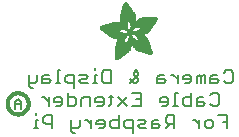
<source format=gbr>
G04 EAGLE Gerber RS-274X export*
G75*
%MOMM*%
%FSLAX34Y34*%
%LPD*%
%INSilkscreen Bottom*%
%IPPOS*%
%AMOC8*
5,1,8,0,0,1.08239X$1,22.5*%
G01*
%ADD10C,0.177800*%
%ADD11R,0.068600X0.007600*%
%ADD12R,0.114300X0.007600*%
%ADD13R,0.152400X0.007700*%
%ADD14R,0.182900X0.007600*%
%ADD15R,0.205700X0.007600*%
%ADD16R,0.228600X0.007600*%
%ADD17R,0.259100X0.007600*%
%ADD18R,0.274300X0.007700*%
%ADD19R,0.289500X0.007600*%
%ADD20R,0.304800X0.007600*%
%ADD21R,0.320100X0.007600*%
%ADD22R,0.342900X0.007600*%
%ADD23R,0.350500X0.007700*%
%ADD24R,0.365800X0.007600*%
%ADD25R,0.381000X0.007600*%
%ADD26R,0.388600X0.007600*%
%ADD27R,0.403800X0.007600*%
%ADD28R,0.419100X0.007700*%
%ADD29R,0.426700X0.007600*%
%ADD30R,0.441900X0.007600*%
%ADD31R,0.449600X0.007600*%
%ADD32R,0.464800X0.007600*%
%ADD33R,0.480000X0.007700*%
%ADD34R,0.487600X0.007600*%
%ADD35R,0.495300X0.007600*%
%ADD36R,0.510500X0.007600*%
%ADD37R,0.518100X0.007600*%
%ADD38R,0.525700X0.007700*%
%ADD39R,0.541000X0.007600*%
%ADD40R,0.548600X0.007600*%
%ADD41R,0.563800X0.007600*%
%ADD42R,0.571500X0.007600*%
%ADD43R,0.579100X0.007700*%
%ADD44R,0.594300X0.007600*%
%ADD45R,0.601900X0.007600*%
%ADD46R,0.609600X0.007600*%
%ADD47R,0.624800X0.007600*%
%ADD48R,0.632400X0.007700*%
%ADD49R,0.640000X0.007600*%
%ADD50R,0.655300X0.007600*%
%ADD51R,0.662900X0.007600*%
%ADD52R,0.678100X0.007600*%
%ADD53R,0.685800X0.007700*%
%ADD54R,0.693400X0.007600*%
%ADD55R,0.708600X0.007600*%
%ADD56R,0.716200X0.007600*%
%ADD57R,0.723900X0.007600*%
%ADD58R,0.739100X0.007700*%
%ADD59R,0.746700X0.007600*%
%ADD60R,0.754300X0.007600*%
%ADD61R,0.769600X0.007600*%
%ADD62R,0.777200X0.007600*%
%ADD63R,0.792400X0.007700*%
%ADD64R,0.800100X0.007600*%
%ADD65R,0.807700X0.007600*%
%ADD66R,0.822900X0.007600*%
%ADD67R,0.830500X0.007600*%
%ADD68R,0.838200X0.007700*%
%ADD69R,0.091500X0.007600*%
%ADD70R,0.853400X0.007600*%
%ADD71R,0.144700X0.007600*%
%ADD72R,0.861000X0.007600*%
%ADD73R,0.190500X0.007600*%
%ADD74R,0.876300X0.007600*%
%ADD75R,0.221000X0.007600*%
%ADD76R,0.883900X0.007600*%
%ADD77R,0.259000X0.007700*%
%ADD78R,0.891500X0.007700*%
%ADD79R,0.289600X0.007600*%
%ADD80R,0.906700X0.007600*%
%ADD81R,0.914400X0.007600*%
%ADD82R,0.350500X0.007600*%
%ADD83R,0.922000X0.007600*%
%ADD84R,0.937200X0.007600*%
%ADD85R,0.411400X0.007700*%
%ADD86R,0.944800X0.007700*%
%ADD87R,0.434300X0.007600*%
%ADD88R,0.952500X0.007600*%
%ADD89R,0.464900X0.007600*%
%ADD90R,0.967700X0.007600*%
%ADD91R,0.975300X0.007600*%
%ADD92R,0.518200X0.007600*%
%ADD93R,0.990600X0.007600*%
%ADD94R,0.548600X0.007700*%
%ADD95R,0.998200X0.007700*%
%ADD96R,1.005800X0.007600*%
%ADD97R,0.594400X0.007600*%
%ADD98R,1.021000X0.007600*%
%ADD99R,0.617200X0.007600*%
%ADD100R,1.028700X0.007600*%
%ADD101R,0.647700X0.007600*%
%ADD102R,1.036300X0.007600*%
%ADD103R,0.670500X0.007700*%
%ADD104R,1.051500X0.007700*%
%ADD105R,1.059100X0.007600*%
%ADD106R,0.716300X0.007600*%
%ADD107R,1.066800X0.007600*%
%ADD108R,0.739100X0.007600*%
%ADD109R,1.074400X0.007600*%
%ADD110R,0.762000X0.007600*%
%ADD111R,1.089600X0.007600*%
%ADD112R,0.784800X0.007700*%
%ADD113R,1.097200X0.007700*%
%ADD114R,1.104900X0.007600*%
%ADD115R,0.830600X0.007600*%
%ADD116R,1.112500X0.007600*%
%ADD117R,0.845800X0.007600*%
%ADD118R,1.120100X0.007600*%
%ADD119R,0.868700X0.007600*%
%ADD120R,1.127700X0.007600*%
%ADD121R,1.135300X0.007700*%
%ADD122R,1.143000X0.007600*%
%ADD123R,0.944900X0.007600*%
%ADD124R,1.150600X0.007600*%
%ADD125R,0.960100X0.007600*%
%ADD126R,1.158200X0.007600*%
%ADD127R,0.983000X0.007600*%
%ADD128R,1.165800X0.007600*%
%ADD129R,1.005900X0.007700*%
%ADD130R,1.173400X0.007700*%
%ADD131R,1.021100X0.007600*%
%ADD132R,1.181100X0.007600*%
%ADD133R,1.044000X0.007600*%
%ADD134R,1.188700X0.007600*%
%ADD135R,1.196300X0.007600*%
%ADD136R,1.082000X0.007600*%
%ADD137R,1.203900X0.007600*%
%ADD138R,1.104900X0.007700*%
%ADD139R,1.211500X0.007700*%
%ADD140R,1.211500X0.007600*%
%ADD141R,1.219200X0.007600*%
%ADD142R,1.226800X0.007600*%
%ADD143R,1.234400X0.007600*%
%ADD144R,1.188700X0.007700*%
%ADD145R,1.242000X0.007700*%
%ADD146R,1.242000X0.007600*%
%ADD147R,1.211600X0.007600*%
%ADD148R,1.249600X0.007600*%
%ADD149R,1.257300X0.007600*%
%ADD150R,1.264900X0.007600*%
%ADD151R,1.242100X0.007700*%
%ADD152R,1.264900X0.007700*%
%ADD153R,1.272500X0.007600*%
%ADD154R,1.265000X0.007600*%
%ADD155R,1.280100X0.007600*%
%ADD156R,1.272600X0.007600*%
%ADD157R,1.287700X0.007600*%
%ADD158R,1.287800X0.007600*%
%ADD159R,1.295400X0.007700*%
%ADD160R,1.303000X0.007600*%
%ADD161R,1.318200X0.007600*%
%ADD162R,1.310600X0.007600*%
%ADD163R,1.325900X0.007600*%
%ADD164R,1.341100X0.007700*%
%ADD165R,1.318200X0.007700*%
%ADD166R,1.341100X0.007600*%
%ADD167R,1.325800X0.007600*%
%ADD168R,1.348700X0.007600*%
%ADD169R,1.364000X0.007600*%
%ADD170R,1.333500X0.007600*%
%ADD171R,1.371600X0.007700*%
%ADD172R,1.379200X0.007600*%
%ADD173R,1.379300X0.007600*%
%ADD174R,1.386900X0.007600*%
%ADD175R,1.394500X0.007600*%
%ADD176R,1.356300X0.007600*%
%ADD177R,1.394400X0.007700*%
%ADD178R,1.356300X0.007700*%
%ADD179R,1.402000X0.007600*%
%ADD180R,1.409700X0.007600*%
%ADD181R,1.363900X0.007600*%
%ADD182R,1.417300X0.007600*%
%ADD183R,1.371600X0.007600*%
%ADD184R,1.424900X0.007700*%
%ADD185R,1.424900X0.007600*%
%ADD186R,1.432600X0.007600*%
%ADD187R,1.440200X0.007600*%
%ADD188R,1.386800X0.007600*%
%ADD189R,1.447800X0.007700*%
%ADD190R,1.386800X0.007700*%
%ADD191R,1.447800X0.007600*%
%ADD192R,1.455500X0.007600*%
%ADD193R,1.394400X0.007600*%
%ADD194R,1.463100X0.007600*%
%ADD195R,1.455400X0.007700*%
%ADD196R,1.463000X0.007600*%
%ADD197R,1.470600X0.007600*%
%ADD198R,1.470600X0.007700*%
%ADD199R,1.409700X0.007700*%
%ADD200R,1.470700X0.007600*%
%ADD201R,1.402100X0.007600*%
%ADD202R,1.478300X0.007600*%
%ADD203R,1.478300X0.007700*%
%ADD204R,1.402100X0.007700*%
%ADD205R,1.485900X0.007600*%
%ADD206R,1.485900X0.007700*%
%ADD207R,1.493500X0.007700*%
%ADD208R,1.493500X0.007600*%
%ADD209R,1.394500X0.007700*%
%ADD210R,1.493600X0.007700*%
%ADD211R,1.386900X0.007700*%
%ADD212R,1.379200X0.007700*%
%ADD213R,2.857500X0.007700*%
%ADD214R,2.857500X0.007600*%
%ADD215R,2.849900X0.007600*%
%ADD216R,2.842300X0.007600*%
%ADD217R,2.834700X0.007700*%
%ADD218R,2.827000X0.007600*%
%ADD219R,2.819400X0.007600*%
%ADD220R,2.811800X0.007600*%
%ADD221R,2.811800X0.007700*%
%ADD222R,2.804100X0.007600*%
%ADD223R,2.796500X0.007600*%
%ADD224R,1.966000X0.007600*%
%ADD225R,1.943100X0.007600*%
%ADD226R,0.754400X0.007600*%
%ADD227R,1.927900X0.007700*%
%ADD228R,0.746700X0.007700*%
%ADD229R,1.912600X0.007600*%
%ADD230R,0.731500X0.007600*%
%ADD231R,1.905000X0.007600*%
%ADD232R,1.882200X0.007600*%
%ADD233R,1.874600X0.007600*%
%ADD234R,1.866900X0.007700*%
%ADD235R,0.708700X0.007700*%
%ADD236R,1.851600X0.007600*%
%ADD237R,0.701100X0.007600*%
%ADD238R,1.844000X0.007600*%
%ADD239R,1.836400X0.007600*%
%ADD240R,1.821200X0.007600*%
%ADD241R,0.685800X0.007600*%
%ADD242R,1.813500X0.007700*%
%ADD243R,1.805900X0.007600*%
%ADD244R,0.678200X0.007600*%
%ADD245R,1.790700X0.007600*%
%ADD246R,0.670600X0.007600*%
%ADD247R,1.775500X0.007600*%
%ADD248R,1.767900X0.007700*%
%ADD249R,0.663000X0.007700*%
%ADD250R,1.760200X0.007600*%
%ADD251R,1.752600X0.007600*%
%ADD252R,0.937300X0.007600*%
%ADD253R,0.792500X0.007600*%
%ADD254R,0.899100X0.007600*%
%ADD255R,0.883900X0.007700*%
%ADD256R,0.716300X0.007700*%
%ADD257R,0.647700X0.007700*%
%ADD258R,0.640100X0.007600*%
%ADD259R,0.632500X0.007600*%
%ADD260R,0.655400X0.007600*%
%ADD261R,0.632400X0.007600*%
%ADD262R,0.845800X0.007700*%
%ADD263R,0.617200X0.007700*%
%ADD264R,0.624800X0.007700*%
%ADD265R,0.602000X0.007600*%
%ADD266R,0.838200X0.007600*%
%ADD267R,0.586700X0.007600*%
%ADD268R,0.548700X0.007600*%
%ADD269R,0.830500X0.007700*%
%ADD270R,0.541000X0.007700*%
%ADD271R,0.594300X0.007700*%
%ADD272R,0.525800X0.007600*%
%ADD273R,0.586800X0.007600*%
%ADD274R,0.815300X0.007600*%
%ADD275R,0.579200X0.007600*%
%ADD276R,0.815400X0.007600*%
%ADD277R,0.815400X0.007700*%
%ADD278R,0.571500X0.007700*%
%ADD279R,0.807800X0.007600*%
%ADD280R,0.563900X0.007600*%
%ADD281R,0.457200X0.007600*%
%ADD282R,0.442000X0.007600*%
%ADD283R,0.556300X0.007600*%
%ADD284R,0.807700X0.007700*%
%ADD285R,0.411500X0.007600*%
%ADD286R,0.533400X0.007600*%
%ADD287R,0.076200X0.007600*%
%ADD288R,0.403900X0.007600*%
%ADD289R,0.525700X0.007600*%
%ADD290R,0.388700X0.007600*%
%ADD291R,0.297200X0.007600*%
%ADD292R,0.373400X0.007700*%
%ADD293R,0.503000X0.007700*%
%ADD294R,0.426800X0.007700*%
%ADD295R,0.358100X0.007600*%
%ADD296R,0.502900X0.007600*%
%ADD297R,0.472400X0.007600*%
%ADD298R,0.487700X0.007600*%
%ADD299R,0.335300X0.007600*%
%ADD300R,0.792500X0.007700*%
%ADD301R,0.327600X0.007700*%
%ADD302R,0.472400X0.007700*%
%ADD303R,0.640000X0.007700*%
%ADD304R,0.784800X0.007600*%
%ADD305R,0.320000X0.007600*%
%ADD306R,0.792400X0.007600*%
%ADD307R,1.173400X0.007600*%
%ADD308R,1.196400X0.007600*%
%ADD309R,0.784900X0.007600*%
%ADD310R,0.784900X0.007700*%
%ADD311R,0.297200X0.007700*%
%ADD312R,1.249700X0.007600*%
%ADD313R,0.281900X0.007600*%
%ADD314R,1.295400X0.007600*%
%ADD315R,0.266700X0.007600*%
%ADD316R,0.777300X0.007700*%
%ADD317R,0.266700X0.007700*%
%ADD318R,1.333500X0.007700*%
%ADD319R,0.777300X0.007600*%
%ADD320R,1.348800X0.007600*%
%ADD321R,0.251500X0.007600*%
%ADD322R,0.243900X0.007700*%
%ADD323R,0.243900X0.007600*%
%ADD324R,1.440100X0.007600*%
%ADD325R,0.236200X0.007600*%
%ADD326R,0.762000X0.007700*%
%ADD327R,0.236200X0.007700*%
%ADD328R,1.508700X0.007700*%
%ADD329R,1.531600X0.007600*%
%ADD330R,1.546900X0.007600*%
%ADD331R,1.569700X0.007600*%
%ADD332R,1.585000X0.007600*%
%ADD333R,0.746800X0.007700*%
%ADD334R,1.607800X0.007700*%
%ADD335R,0.243800X0.007600*%
%ADD336R,1.630700X0.007600*%
%ADD337R,1.653500X0.007600*%
%ADD338R,0.739200X0.007600*%
%ADD339R,1.684000X0.007600*%
%ADD340R,2.019300X0.007600*%
%ADD341R,0.731500X0.007700*%
%ADD342R,2.026900X0.007700*%
%ADD343R,2.049800X0.007600*%
%ADD344R,2.057400X0.007600*%
%ADD345R,0.708700X0.007600*%
%ADD346R,2.072600X0.007600*%
%ADD347R,0.701000X0.007600*%
%ADD348R,2.095500X0.007600*%
%ADD349R,0.693500X0.007700*%
%ADD350R,2.110800X0.007700*%
%ADD351R,2.141200X0.007600*%
%ADD352R,0.060900X0.007600*%
%ADD353R,2.872700X0.007600*%
%ADD354R,3.124200X0.007600*%
%ADD355R,3.177600X0.007600*%
%ADD356R,3.215600X0.007700*%
%ADD357R,3.253700X0.007600*%
%ADD358R,3.284300X0.007600*%
%ADD359R,3.314700X0.007600*%
%ADD360R,3.352800X0.007600*%
%ADD361R,3.375600X0.007700*%
%ADD362R,3.406200X0.007600*%
%ADD363R,3.429000X0.007600*%
%ADD364R,3.451800X0.007600*%
%ADD365R,3.482400X0.007600*%
%ADD366R,1.828800X0.007700*%
%ADD367R,1.539300X0.007700*%
%ADD368R,1.767900X0.007600*%
%ADD369R,1.767800X0.007600*%
%ADD370R,1.760200X0.007700*%
%ADD371R,1.760300X0.007600*%
%ADD372R,1.775400X0.007700*%
%ADD373R,1.379300X0.007700*%
%ADD374R,1.783000X0.007600*%
%ADD375R,1.813500X0.007600*%
%ADD376R,1.821100X0.007700*%
%ADD377R,0.503000X0.007600*%
%ADD378R,1.135400X0.007600*%
%ADD379R,1.127700X0.007700*%
%ADD380R,0.487700X0.007700*%
%ADD381R,1.120200X0.007600*%
%ADD382R,1.097300X0.007600*%
%ADD383R,0.510600X0.007600*%
%ADD384R,1.074400X0.007700*%
%ADD385R,0.525800X0.007700*%
%ADD386R,1.440200X0.007700*%
%ADD387R,1.059200X0.007600*%
%ADD388R,1.051600X0.007600*%
%ADD389R,1.051500X0.007600*%
%ADD390R,1.043900X0.007700*%
%ADD391R,0.602000X0.007700*%
%ADD392R,1.524000X0.007600*%
%ADD393R,1.539300X0.007600*%
%ADD394R,1.592600X0.007600*%
%ADD395R,1.021100X0.007700*%
%ADD396R,1.615400X0.007700*%
%ADD397R,1.013400X0.007600*%
%ADD398R,1.653600X0.007600*%
%ADD399R,1.013500X0.007600*%
%ADD400R,1.699300X0.007600*%
%ADD401R,2.743200X0.007600*%
%ADD402R,1.005900X0.007600*%
%ADD403R,2.415500X0.007600*%
%ADD404R,1.005800X0.007700*%
%ADD405R,0.281900X0.007700*%
%ADD406R,2.408000X0.007700*%
%ADD407R,2.407900X0.007600*%
%ADD408R,0.998200X0.007600*%
%ADD409R,0.282000X0.007600*%
%ADD410R,0.998300X0.007600*%
%ADD411R,2.400300X0.007600*%
%ADD412R,0.289500X0.007700*%
%ADD413R,2.400300X0.007700*%
%ADD414R,0.297100X0.007600*%
%ADD415R,0.312400X0.007600*%
%ADD416R,2.392700X0.007600*%
%ADD417R,0.990600X0.007700*%
%ADD418R,0.327700X0.007700*%
%ADD419R,2.392700X0.007700*%
%ADD420R,2.385100X0.007600*%
%ADD421R,0.381000X0.007700*%
%ADD422R,2.377400X0.007700*%
%ADD423R,2.377400X0.007600*%
%ADD424R,2.369800X0.007600*%
%ADD425R,0.419100X0.007600*%
%ADD426R,2.362200X0.007600*%
%ADD427R,0.426800X0.007600*%
%ADD428R,1.036300X0.007700*%
%ADD429R,0.442000X0.007700*%
%ADD430R,2.354600X0.007700*%
%ADD431R,2.354600X0.007600*%
%ADD432R,0.480100X0.007600*%
%ADD433R,2.347000X0.007600*%
%ADD434R,1.074500X0.007600*%
%ADD435R,2.339400X0.007600*%
%ADD436R,1.082100X0.007700*%
%ADD437R,0.548700X0.007700*%
%ADD438R,2.331800X0.007700*%
%ADD439R,2.331800X0.007600*%
%ADD440R,0.624900X0.007600*%
%ADD441R,2.324100X0.007600*%
%ADD442R,1.859300X0.007600*%
%ADD443R,2.308800X0.007600*%
%ADD444R,2.301200X0.007700*%
%ADD445R,2.301200X0.007600*%
%ADD446R,2.293600X0.007600*%
%ADD447R,2.278400X0.007600*%
%ADD448R,1.889800X0.007600*%
%ADD449R,2.270700X0.007600*%
%ADD450R,1.897400X0.007700*%
%ADD451R,2.255500X0.007700*%
%ADD452R,1.897400X0.007600*%
%ADD453R,2.247900X0.007600*%
%ADD454R,2.232600X0.007600*%
%ADD455R,1.912700X0.007600*%
%ADD456R,2.209800X0.007600*%
%ADD457R,1.920300X0.007600*%
%ADD458R,2.186900X0.007600*%
%ADD459R,1.920300X0.007700*%
%ADD460R,2.171700X0.007700*%
%ADD461R,1.935500X0.007600*%
%ADD462R,2.148800X0.007600*%
%ADD463R,2.126000X0.007600*%
%ADD464R,1.950700X0.007600*%
%ADD465R,1.958400X0.007700*%
%ADD466R,2.042200X0.007700*%
%ADD467R,1.973600X0.007600*%
%ADD468R,1.996500X0.007600*%
%ADD469R,1.981200X0.007600*%
%ADD470R,1.988800X0.007600*%
%ADD471R,1.996400X0.007700*%
%ADD472R,1.996400X0.007600*%
%ADD473R,2.004100X0.007600*%
%ADD474R,1.874500X0.007600*%
%ADD475R,1.425000X0.007600*%
%ADD476R,2.026900X0.007600*%
%ADD477R,0.434400X0.007700*%
%ADD478R,1.364000X0.007700*%
%ADD479R,2.034500X0.007600*%
%ADD480R,0.434400X0.007600*%
%ADD481R,2.049700X0.007600*%
%ADD482R,2.065000X0.007700*%
%ADD483R,0.464800X0.007700*%
%ADD484R,1.196300X0.007700*%
%ADD485R,2.080300X0.007600*%
%ADD486R,1.158300X0.007600*%
%ADD487R,2.087900X0.007600*%
%ADD488R,0.472500X0.007600*%
%ADD489R,2.103100X0.007600*%
%ADD490R,2.118400X0.007600*%
%ADD491R,2.133600X0.007600*%
%ADD492R,2.148800X0.007700*%
%ADD493R,2.164000X0.007600*%
%ADD494R,2.171700X0.007600*%
%ADD495R,2.187000X0.007600*%
%ADD496R,0.556200X0.007600*%
%ADD497R,2.202200X0.007700*%
%ADD498R,0.556200X0.007700*%
%ADD499R,0.640100X0.007700*%
%ADD500R,0.579100X0.007600*%
%ADD501R,0.480000X0.007600*%
%ADD502R,1.752600X0.007700*%
%ADD503R,0.487600X0.007700*%
%ADD504R,0.594400X0.007700*%
%ADD505R,0.358100X0.007700*%
%ADD506R,0.099000X0.007600*%
%ADD507R,1.280200X0.007600*%
%ADD508R,1.745000X0.007600*%
%ADD509R,1.744900X0.007600*%
%ADD510R,1.737300X0.007700*%
%ADD511R,1.737400X0.007600*%
%ADD512R,1.729800X0.007600*%
%ADD513R,1.722200X0.007600*%
%ADD514R,1.722100X0.007600*%
%ADD515R,1.714500X0.007700*%
%ADD516R,1.356400X0.007700*%
%ADD517R,1.706900X0.007600*%
%ADD518R,1.356400X0.007600*%
%ADD519R,1.691700X0.007600*%
%ADD520R,1.668800X0.007700*%
%ADD521R,1.645900X0.007600*%
%ADD522R,1.623100X0.007600*%
%ADD523R,1.577400X0.007600*%
%ADD524R,1.554400X0.007600*%
%ADD525R,1.539200X0.007600*%
%ADD526R,1.524000X0.007700*%
%ADD527R,1.501100X0.007600*%
%ADD528R,1.455400X0.007600*%
%ADD529R,1.348800X0.007700*%
%ADD530R,1.318300X0.007600*%
%ADD531R,1.310600X0.007700*%
%ADD532R,1.287800X0.007700*%
%ADD533R,1.234500X0.007600*%
%ADD534R,1.226900X0.007600*%
%ADD535R,1.173500X0.007700*%
%ADD536R,1.173500X0.007600*%
%ADD537R,1.165900X0.007600*%
%ADD538R,1.143000X0.007700*%
%ADD539R,1.127800X0.007600*%
%ADD540R,1.097200X0.007600*%
%ADD541R,1.028700X0.007700*%
%ADD542R,0.982900X0.007600*%
%ADD543R,0.952500X0.007700*%
%ADD544R,0.929600X0.007600*%
%ADD545R,0.906800X0.007700*%
%ADD546R,0.906800X0.007600*%
%ADD547R,0.899200X0.007600*%
%ADD548R,0.884000X0.007600*%
%ADD549R,0.876300X0.007700*%
%ADD550R,0.830600X0.007700*%
%ADD551R,0.754400X0.007700*%
%ADD552R,0.746800X0.007600*%
%ADD553R,0.708600X0.007700*%
%ADD554R,0.678200X0.007700*%
%ADD555R,0.663000X0.007600*%
%ADD556R,0.632500X0.007700*%
%ADD557R,0.556300X0.007700*%
%ADD558R,0.518200X0.007700*%
%ADD559R,0.434300X0.007700*%
%ADD560R,0.396300X0.007700*%
%ADD561R,0.373300X0.007600*%
%ADD562R,0.365700X0.007600*%
%ADD563R,0.327700X0.007600*%
%ADD564R,0.304800X0.007700*%
%ADD565R,0.274300X0.007600*%
%ADD566R,0.243800X0.007700*%
%ADD567R,0.205800X0.007600*%
%ADD568R,0.152400X0.007600*%
%ADD569R,0.121900X0.007700*%
%ADD570C,0.304800*%
%ADD571C,0.203200*%


D10*
X207503Y72228D02*
X209325Y74050D01*
X212969Y74050D01*
X214790Y72228D01*
X214790Y64941D01*
X212969Y63119D01*
X209325Y63119D01*
X207503Y64941D01*
X201275Y70407D02*
X197631Y70407D01*
X195809Y68585D01*
X195809Y63119D01*
X201275Y63119D01*
X203096Y64941D01*
X201275Y66763D01*
X195809Y66763D01*
X191403Y63119D02*
X191403Y70407D01*
X189581Y70407D01*
X187759Y68585D01*
X187759Y63119D01*
X187759Y68585D02*
X185937Y70407D01*
X184115Y68585D01*
X184115Y63119D01*
X177887Y63119D02*
X174243Y63119D01*
X177887Y63119D02*
X179709Y64941D01*
X179709Y68585D01*
X177887Y70407D01*
X174243Y70407D01*
X172421Y68585D01*
X172421Y66763D01*
X179709Y66763D01*
X168015Y63119D02*
X168015Y70407D01*
X168015Y66763D02*
X164371Y70407D01*
X162549Y70407D01*
X156448Y70407D02*
X152804Y70407D01*
X150982Y68585D01*
X150982Y63119D01*
X156448Y63119D01*
X158270Y64941D01*
X156448Y66763D01*
X150982Y66763D01*
X131238Y63119D02*
X127594Y66763D01*
X131238Y63119D02*
X133060Y63119D01*
X134882Y64941D01*
X134882Y66763D01*
X131238Y70407D01*
X131238Y72228D01*
X133060Y74050D01*
X134882Y72228D01*
X134882Y70407D01*
X127594Y63119D01*
X111494Y63119D02*
X111494Y74050D01*
X111494Y63119D02*
X106028Y63119D01*
X104206Y64941D01*
X104206Y72228D01*
X106028Y74050D01*
X111494Y74050D01*
X99800Y70407D02*
X97978Y70407D01*
X97978Y63119D01*
X99800Y63119D02*
X96156Y63119D01*
X97978Y74050D02*
X97978Y75872D01*
X92004Y63119D02*
X86538Y63119D01*
X84716Y64941D01*
X86538Y66763D01*
X90182Y66763D01*
X92004Y68585D01*
X90182Y70407D01*
X84716Y70407D01*
X80310Y70407D02*
X80310Y59475D01*
X80310Y70407D02*
X74844Y70407D01*
X73022Y68585D01*
X73022Y64941D01*
X74844Y63119D01*
X80310Y63119D01*
X68616Y74050D02*
X66794Y74050D01*
X66794Y63119D01*
X68616Y63119D02*
X64972Y63119D01*
X58998Y70407D02*
X55354Y70407D01*
X53532Y68585D01*
X53532Y63119D01*
X58998Y63119D01*
X60820Y64941D01*
X58998Y66763D01*
X53532Y66763D01*
X49126Y64941D02*
X49126Y70407D01*
X49126Y64941D02*
X47304Y63119D01*
X41838Y63119D01*
X41838Y61297D02*
X41838Y70407D01*
X41838Y61297D02*
X43660Y59475D01*
X45482Y59475D01*
X195809Y53178D02*
X197631Y55000D01*
X201275Y55000D01*
X203096Y53178D01*
X203096Y45891D01*
X201275Y44069D01*
X197631Y44069D01*
X195809Y45891D01*
X189581Y51357D02*
X185937Y51357D01*
X184115Y49535D01*
X184115Y44069D01*
X189581Y44069D01*
X191402Y45891D01*
X189581Y47713D01*
X184115Y47713D01*
X179709Y44069D02*
X179709Y55000D01*
X179709Y44069D02*
X174243Y44069D01*
X172421Y45891D01*
X172421Y49535D01*
X174243Y51357D01*
X179709Y51357D01*
X168015Y55000D02*
X166193Y55000D01*
X166193Y44069D01*
X168015Y44069D02*
X164371Y44069D01*
X158397Y44069D02*
X154753Y44069D01*
X158397Y44069D02*
X160219Y45891D01*
X160219Y49535D01*
X158397Y51357D01*
X154753Y51357D01*
X152931Y49535D01*
X152931Y47713D01*
X160219Y47713D01*
X136831Y55000D02*
X129543Y55000D01*
X136831Y55000D02*
X136831Y44069D01*
X129543Y44069D01*
X133187Y49535D02*
X136831Y49535D01*
X125137Y51357D02*
X117849Y44069D01*
X125137Y44069D02*
X117849Y51357D01*
X111621Y53178D02*
X111621Y45891D01*
X109799Y44069D01*
X109799Y51357D02*
X113443Y51357D01*
X103825Y44069D02*
X100181Y44069D01*
X103825Y44069D02*
X105647Y45891D01*
X105647Y49535D01*
X103825Y51357D01*
X100181Y51357D01*
X98359Y49535D01*
X98359Y47713D01*
X105647Y47713D01*
X93953Y44069D02*
X93953Y51357D01*
X88487Y51357D01*
X86665Y49535D01*
X86665Y44069D01*
X74971Y44069D02*
X74971Y55000D01*
X74971Y44069D02*
X80437Y44069D01*
X82259Y45891D01*
X82259Y49535D01*
X80437Y51357D01*
X74971Y51357D01*
X68743Y44069D02*
X65099Y44069D01*
X68743Y44069D02*
X70565Y45891D01*
X70565Y49535D01*
X68743Y51357D01*
X65099Y51357D01*
X63277Y49535D01*
X63277Y47713D01*
X70565Y47713D01*
X58871Y44069D02*
X58871Y51357D01*
X58871Y47713D02*
X55227Y51357D01*
X53405Y51357D01*
X209918Y35950D02*
X209918Y25019D01*
X209918Y35950D02*
X202630Y35950D01*
X206274Y30485D02*
X209918Y30485D01*
X196402Y25019D02*
X192758Y25019D01*
X190936Y26841D01*
X190936Y30485D01*
X192758Y32307D01*
X196402Y32307D01*
X198224Y30485D01*
X198224Y26841D01*
X196402Y25019D01*
X186530Y25019D02*
X186530Y32307D01*
X186530Y28663D02*
X182886Y32307D01*
X181064Y32307D01*
X165091Y35950D02*
X165091Y25019D01*
X165091Y35950D02*
X159625Y35950D01*
X157804Y34128D01*
X157804Y30485D01*
X159625Y28663D01*
X165091Y28663D01*
X161447Y28663D02*
X157804Y25019D01*
X151575Y32307D02*
X147931Y32307D01*
X146110Y30485D01*
X146110Y25019D01*
X151575Y25019D01*
X153397Y26841D01*
X151575Y28663D01*
X146110Y28663D01*
X141703Y25019D02*
X136237Y25019D01*
X134416Y26841D01*
X136237Y28663D01*
X139881Y28663D01*
X141703Y30485D01*
X139881Y32307D01*
X134416Y32307D01*
X130009Y32307D02*
X130009Y21375D01*
X130009Y32307D02*
X124544Y32307D01*
X122722Y30485D01*
X122722Y26841D01*
X124544Y25019D01*
X130009Y25019D01*
X118315Y25019D02*
X118315Y35950D01*
X118315Y25019D02*
X112850Y25019D01*
X111028Y26841D01*
X111028Y30485D01*
X112850Y32307D01*
X118315Y32307D01*
X104799Y25019D02*
X101156Y25019D01*
X104799Y25019D02*
X106621Y26841D01*
X106621Y30485D01*
X104799Y32307D01*
X101156Y32307D01*
X99334Y30485D01*
X99334Y28663D01*
X106621Y28663D01*
X94927Y25019D02*
X94927Y32307D01*
X91284Y32307D02*
X94927Y28663D01*
X91284Y32307D02*
X89462Y32307D01*
X85182Y32307D02*
X85182Y26841D01*
X83360Y25019D01*
X77895Y25019D01*
X77895Y23197D02*
X77895Y32307D01*
X77895Y23197D02*
X79717Y21375D01*
X81539Y21375D01*
X61794Y25019D02*
X61794Y35950D01*
X56329Y35950D01*
X54507Y34128D01*
X54507Y30485D01*
X56329Y28663D01*
X61794Y28663D01*
X50100Y32307D02*
X48279Y32307D01*
X48279Y25019D01*
X50100Y25019D02*
X46457Y25019D01*
X48279Y35950D02*
X48279Y37772D01*
D11*
X116992Y82550D03*
D12*
X116993Y82626D03*
D13*
X117030Y82703D03*
D14*
X117031Y82779D03*
D15*
X116993Y82855D03*
D16*
X117030Y82931D03*
D17*
X117031Y83007D03*
D18*
X117031Y83084D03*
D19*
X117031Y83160D03*
D20*
X117107Y83236D03*
D21*
X117107Y83312D03*
D22*
X117145Y83388D03*
D23*
X117183Y83465D03*
D24*
X117183Y83541D03*
D25*
X117259Y83617D03*
D26*
X117297Y83693D03*
D27*
X117297Y83769D03*
D28*
X117374Y83846D03*
D29*
X117412Y83922D03*
D30*
X117488Y83998D03*
D31*
X117526Y84074D03*
D32*
X117526Y84150D03*
D33*
X117602Y84227D03*
D34*
X117640Y84303D03*
D35*
X117679Y84379D03*
D36*
X117755Y84455D03*
D37*
X117793Y84531D03*
D38*
X117831Y84608D03*
D39*
X117907Y84684D03*
D40*
X117945Y84760D03*
D41*
X118021Y84836D03*
D42*
X118060Y84912D03*
D43*
X118098Y84989D03*
D44*
X118174Y85065D03*
D45*
X118212Y85141D03*
D46*
X118250Y85217D03*
D47*
X118326Y85293D03*
D48*
X118364Y85370D03*
D49*
X118402Y85446D03*
D50*
X118479Y85522D03*
D51*
X118517Y85598D03*
D52*
X118593Y85674D03*
D53*
X118631Y85751D03*
D54*
X118669Y85827D03*
D55*
X118745Y85903D03*
D56*
X118783Y85979D03*
D57*
X118822Y86055D03*
D58*
X118898Y86132D03*
D59*
X118936Y86208D03*
D60*
X118974Y86284D03*
D61*
X119050Y86360D03*
D62*
X119088Y86436D03*
D63*
X119164Y86513D03*
D64*
X119203Y86589D03*
D65*
X119241Y86665D03*
D66*
X119317Y86741D03*
D67*
X119355Y86817D03*
D68*
X119393Y86894D03*
D69*
X144920Y86970D03*
D70*
X119469Y86970D03*
D71*
X144882Y87046D03*
D72*
X119507Y87046D03*
D73*
X144806Y87122D03*
D74*
X119584Y87122D03*
D75*
X144729Y87198D03*
D76*
X119622Y87198D03*
D77*
X144691Y87275D03*
D78*
X119660Y87275D03*
D79*
X144615Y87351D03*
D80*
X119736Y87351D03*
D21*
X144539Y87427D03*
D81*
X119774Y87427D03*
D82*
X144463Y87503D03*
D83*
X119812Y87503D03*
D25*
X144386Y87579D03*
D84*
X119888Y87579D03*
D85*
X144310Y87656D03*
D86*
X119926Y87656D03*
D87*
X144196Y87732D03*
D88*
X119965Y87732D03*
D89*
X144120Y87808D03*
D90*
X120041Y87808D03*
D35*
X144044Y87884D03*
D91*
X120079Y87884D03*
D92*
X143929Y87960D03*
D93*
X120155Y87960D03*
D94*
X143853Y88037D03*
D95*
X120193Y88037D03*
D42*
X143739Y88113D03*
D96*
X120231Y88113D03*
D97*
X143624Y88189D03*
D98*
X120307Y88189D03*
D99*
X143510Y88265D03*
D100*
X120346Y88265D03*
D101*
X143434Y88341D03*
D102*
X120384Y88341D03*
D103*
X143320Y88418D03*
D104*
X120460Y88418D03*
D54*
X143205Y88494D03*
D105*
X120498Y88494D03*
D106*
X143091Y88570D03*
D107*
X120536Y88570D03*
D108*
X142977Y88646D03*
D109*
X120574Y88646D03*
D110*
X142862Y88722D03*
D111*
X120650Y88722D03*
D112*
X142748Y88799D03*
D113*
X120688Y88799D03*
D65*
X142634Y88875D03*
D114*
X120727Y88875D03*
D115*
X142519Y88951D03*
D116*
X120765Y88951D03*
D117*
X142367Y89027D03*
D118*
X120803Y89027D03*
D119*
X142253Y89103D03*
D120*
X120841Y89103D03*
D78*
X142139Y89180D03*
D121*
X120879Y89180D03*
D83*
X141986Y89256D03*
D122*
X120917Y89256D03*
D123*
X141872Y89332D03*
D124*
X120955Y89332D03*
D125*
X141720Y89408D03*
D126*
X120993Y89408D03*
D127*
X141605Y89484D03*
D128*
X121031Y89484D03*
D129*
X141491Y89561D03*
D130*
X121069Y89561D03*
D131*
X141339Y89637D03*
D132*
X121108Y89637D03*
D133*
X141224Y89713D03*
D134*
X121146Y89713D03*
D107*
X141110Y89789D03*
D135*
X121184Y89789D03*
D136*
X140957Y89865D03*
D137*
X121222Y89865D03*
D138*
X140843Y89942D03*
D139*
X121260Y89942D03*
D118*
X140767Y90018D03*
D140*
X121260Y90018D03*
D122*
X140652Y90094D03*
D141*
X121298Y90094D03*
D124*
X140538Y90170D03*
D142*
X121336Y90170D03*
D128*
X140462Y90246D03*
D143*
X121374Y90246D03*
D144*
X140348Y90323D03*
D145*
X121412Y90323D03*
D135*
X140234Y90399D03*
D146*
X121412Y90399D03*
D147*
X140157Y90475D03*
D148*
X121450Y90475D03*
D142*
X140081Y90551D03*
D149*
X121489Y90551D03*
D142*
X140005Y90627D03*
D150*
X121527Y90627D03*
D151*
X139929Y90704D03*
D152*
X121527Y90704D03*
D149*
X139853Y90780D03*
D153*
X121565Y90780D03*
D154*
X139738Y90856D03*
D155*
X121603Y90856D03*
D156*
X139700Y90932D03*
D157*
X121641Y90932D03*
D158*
X139624Y91008D03*
D157*
X121641Y91008D03*
D159*
X139509Y91085D03*
X121679Y91085D03*
D160*
X139471Y91161D03*
X121717Y91161D03*
D161*
X139395Y91237D03*
D160*
X121717Y91237D03*
D161*
X139319Y91313D03*
D162*
X121755Y91313D03*
D163*
X139281Y91389D03*
D162*
X121755Y91389D03*
D164*
X139205Y91466D03*
D165*
X121793Y91466D03*
D166*
X139129Y91542D03*
D167*
X121831Y91542D03*
D168*
X139091Y91618D03*
D167*
X121831Y91618D03*
D169*
X139014Y91694D03*
D170*
X121870Y91694D03*
D169*
X138938Y91770D03*
D170*
X121870Y91770D03*
D171*
X138900Y91847D03*
D164*
X121908Y91847D03*
D172*
X138862Y91923D03*
D166*
X121908Y91923D03*
D173*
X138786Y91999D03*
D168*
X121946Y91999D03*
D174*
X138748Y92075D03*
D168*
X121946Y92075D03*
D175*
X138710Y92151D03*
D176*
X121984Y92151D03*
D177*
X138633Y92228D03*
D178*
X121984Y92228D03*
D179*
X138595Y92304D03*
D176*
X121984Y92304D03*
D180*
X138557Y92380D03*
D181*
X122022Y92380D03*
D180*
X138481Y92456D03*
D181*
X122022Y92456D03*
D182*
X138443Y92532D03*
D183*
X122060Y92532D03*
D184*
X138405Y92609D03*
D171*
X122060Y92609D03*
D185*
X138329Y92685D03*
D183*
X122060Y92685D03*
D186*
X138290Y92761D03*
D172*
X122098Y92761D03*
D187*
X138252Y92837D03*
D172*
X122098Y92837D03*
D187*
X138176Y92913D03*
D188*
X122136Y92913D03*
D189*
X138138Y92990D03*
D190*
X122136Y92990D03*
D191*
X138138Y93066D03*
D188*
X122136Y93066D03*
D191*
X138062Y93142D03*
D188*
X122136Y93142D03*
D192*
X138024Y93218D03*
D193*
X122174Y93218D03*
D194*
X137986Y93294D03*
D193*
X122174Y93294D03*
D195*
X137947Y93371D03*
D177*
X122174Y93371D03*
D196*
X137909Y93447D03*
D179*
X122212Y93447D03*
D197*
X137871Y93523D03*
D179*
X122212Y93523D03*
D196*
X137833Y93599D03*
D179*
X122212Y93599D03*
D197*
X137795Y93675D03*
D179*
X122212Y93675D03*
D198*
X137795Y93752D03*
D199*
X122251Y93752D03*
D200*
X137719Y93828D03*
D201*
X122289Y93828D03*
D202*
X137681Y93904D03*
D201*
X122289Y93904D03*
D202*
X137681Y93980D03*
D201*
X122289Y93980D03*
D202*
X137605Y94056D03*
D201*
X122289Y94056D03*
D203*
X137605Y94133D03*
D204*
X122289Y94133D03*
D205*
X137567Y94209D03*
D180*
X122327Y94209D03*
D202*
X137529Y94285D03*
D180*
X122327Y94285D03*
D205*
X137491Y94361D03*
D180*
X122327Y94361D03*
D205*
X137491Y94437D03*
D180*
X122327Y94437D03*
D206*
X137414Y94514D03*
D199*
X122327Y94514D03*
D205*
X137414Y94590D03*
D180*
X122327Y94590D03*
D205*
X137414Y94666D03*
D180*
X122327Y94666D03*
D205*
X137338Y94742D03*
D201*
X122365Y94742D03*
D205*
X137338Y94818D03*
D201*
X122365Y94818D03*
D207*
X137300Y94895D03*
D204*
X122365Y94895D03*
D205*
X137262Y94971D03*
D201*
X122365Y94971D03*
D205*
X137262Y95047D03*
D201*
X122365Y95047D03*
D208*
X137224Y95123D03*
D201*
X122365Y95123D03*
D205*
X137186Y95199D03*
D201*
X122365Y95199D03*
D206*
X137186Y95276D03*
D209*
X122403Y95276D03*
D208*
X137148Y95352D03*
D175*
X122403Y95352D03*
D205*
X137110Y95428D03*
D175*
X122403Y95428D03*
D205*
X137110Y95504D03*
D175*
X122403Y95504D03*
D205*
X137110Y95580D03*
D175*
X122403Y95580D03*
D210*
X137071Y95657D03*
D211*
X122441Y95657D03*
D205*
X137033Y95733D03*
D174*
X122441Y95733D03*
D205*
X137033Y95809D03*
D174*
X122441Y95809D03*
D208*
X136995Y95885D03*
D174*
X122441Y95885D03*
D205*
X136957Y95961D03*
D172*
X122479Y95961D03*
D206*
X136957Y96038D03*
D212*
X122479Y96038D03*
D208*
X136919Y96114D03*
D172*
X122479Y96114D03*
D205*
X136881Y96190D03*
D172*
X122479Y96190D03*
D205*
X136881Y96266D03*
D183*
X122517Y96266D03*
D205*
X136881Y96342D03*
D183*
X122517Y96342D03*
D213*
X129947Y96419D03*
D214*
X129947Y96495D03*
D215*
X129985Y96571D03*
D216*
X129947Y96647D03*
X129947Y96723D03*
D217*
X129985Y96800D03*
D218*
X129946Y96876D03*
X129946Y96952D03*
D219*
X129984Y97028D03*
D220*
X129946Y97104D03*
D221*
X129946Y97181D03*
D222*
X129985Y97257D03*
D223*
X129947Y97333D03*
D224*
X134099Y97409D03*
D61*
X119888Y97409D03*
D225*
X134214Y97485D03*
D226*
X119812Y97485D03*
D227*
X134214Y97562D03*
D228*
X119774Y97562D03*
D229*
X134290Y97638D03*
D230*
X119774Y97638D03*
D231*
X134328Y97714D03*
D230*
X119774Y97714D03*
D232*
X134366Y97790D03*
D106*
X119774Y97790D03*
D233*
X134404Y97866D03*
D106*
X119774Y97866D03*
D234*
X134443Y97943D03*
D235*
X119812Y97943D03*
D236*
X134442Y98019D03*
D237*
X119774Y98019D03*
D238*
X134480Y98095D03*
D54*
X119812Y98095D03*
D239*
X134518Y98171D03*
D54*
X119812Y98171D03*
D240*
X134518Y98247D03*
D241*
X119850Y98247D03*
D242*
X134557Y98324D03*
D53*
X119850Y98324D03*
D243*
X134595Y98400D03*
D244*
X119888Y98400D03*
D245*
X134595Y98476D03*
D244*
X119888Y98476D03*
D245*
X134595Y98552D03*
D246*
X119926Y98552D03*
D247*
X134595Y98628D03*
D246*
X119926Y98628D03*
D248*
X134633Y98705D03*
D249*
X119964Y98705D03*
D250*
X134671Y98781D03*
D50*
X120003Y98781D03*
D251*
X134633Y98857D03*
D50*
X120003Y98857D03*
D252*
X138710Y98933D03*
D253*
X129909Y98933D03*
D101*
X120041Y98933D03*
D254*
X138824Y99009D03*
D108*
X129718Y99009D03*
D101*
X120117Y99009D03*
D255*
X138900Y99086D03*
D256*
X129604Y99086D03*
D257*
X120117Y99086D03*
D119*
X138900Y99162D03*
D54*
X129565Y99162D03*
D258*
X120155Y99162D03*
D119*
X138900Y99238D03*
D246*
X129527Y99238D03*
D259*
X120193Y99238D03*
D70*
X138900Y99314D03*
D260*
X129451Y99314D03*
D47*
X120231Y99314D03*
D70*
X138900Y99390D03*
D261*
X129413Y99390D03*
D47*
X120231Y99390D03*
D262*
X138862Y99467D03*
D263*
X129337Y99467D03*
D264*
X120307Y99467D03*
D117*
X138862Y99543D03*
D265*
X129337Y99543D03*
D99*
X120345Y99543D03*
D266*
X138824Y99619D03*
D267*
X129261Y99619D03*
D46*
X120383Y99619D03*
D266*
X138824Y99695D03*
D42*
X129261Y99695D03*
D265*
X120421Y99695D03*
D67*
X138786Y99771D03*
D268*
X129223Y99771D03*
D45*
X120498Y99771D03*
D269*
X138786Y99848D03*
D270*
X129184Y99848D03*
D271*
X120536Y99848D03*
D66*
X138748Y99924D03*
D272*
X129184Y99924D03*
D267*
X120574Y99924D03*
D66*
X138748Y100000D03*
D92*
X129146Y100000D03*
D273*
X120650Y100000D03*
D274*
X138710Y100076D03*
D35*
X129109Y100076D03*
D275*
X120688Y100076D03*
D276*
X138633Y100152D03*
D34*
X129070Y100152D03*
D42*
X120727Y100152D03*
D277*
X138633Y100229D03*
D33*
X129032Y100229D03*
D278*
X120803Y100229D03*
D279*
X138595Y100305D03*
D32*
X129032Y100305D03*
D280*
X120841Y100305D03*
D276*
X138557Y100381D03*
D281*
X128994Y100381D03*
D280*
X120917Y100381D03*
D65*
X138519Y100457D03*
D282*
X128994Y100457D03*
D283*
X120955Y100457D03*
D64*
X138481Y100533D03*
D87*
X128956Y100533D03*
D39*
X121031Y100533D03*
D284*
X138443Y100610D03*
D28*
X128956Y100610D03*
D270*
X121107Y100610D03*
D64*
X138405Y100686D03*
D285*
X128918Y100686D03*
D286*
X121145Y100686D03*
D287*
X116192Y100686D03*
D64*
X138329Y100762D03*
D288*
X128880Y100762D03*
D289*
X121260Y100762D03*
D75*
X116154Y100762D03*
D64*
X138329Y100838D03*
D290*
X128880Y100838D03*
D37*
X121298Y100838D03*
D291*
X116154Y100838D03*
D64*
X138253Y100914D03*
D25*
X128841Y100914D03*
D92*
X121374Y100914D03*
D24*
X116116Y100914D03*
D63*
X138214Y100991D03*
D292*
X128803Y100991D03*
D293*
X121450Y100991D03*
D294*
X116116Y100991D03*
D253*
X138138Y101067D03*
D295*
X128804Y101067D03*
D296*
X121527Y101067D03*
D297*
X116116Y101067D03*
D64*
X138100Y101143D03*
D295*
X128804Y101143D03*
D298*
X121603Y101143D03*
D92*
X116116Y101143D03*
D253*
X138062Y101219D03*
D82*
X128766Y101219D03*
D298*
X121679Y101219D03*
D41*
X116116Y101219D03*
D253*
X137986Y101295D03*
D299*
X128766Y101295D03*
D297*
X121755Y101295D03*
D265*
X116078Y101295D03*
D300*
X137910Y101372D03*
D301*
X128727Y101372D03*
D302*
X121831Y101372D03*
D303*
X116116Y101372D03*
D304*
X137871Y101448D03*
D305*
X128689Y101448D03*
D281*
X121907Y101448D03*
D241*
X116116Y101448D03*
D306*
X137833Y101524D03*
D305*
X128689Y101524D03*
D307*
X118402Y101524D03*
D253*
X137757Y101600D03*
D20*
X128689Y101600D03*
D308*
X118364Y101600D03*
D309*
X137719Y101676D03*
D291*
X128651Y101676D03*
D147*
X118288Y101676D03*
D310*
X137643Y101753D03*
D311*
X128651Y101753D03*
D151*
X118212Y101753D03*
D309*
X137567Y101829D03*
D79*
X128613Y101829D03*
D312*
X118174Y101829D03*
D304*
X137490Y101905D03*
D313*
X128575Y101905D03*
D153*
X118136Y101905D03*
D304*
X137414Y101981D03*
D313*
X128575Y101981D03*
D314*
X118097Y101981D03*
D62*
X137376Y102057D03*
D315*
X128575Y102057D03*
D162*
X118021Y102057D03*
D316*
X137300Y102134D03*
D317*
X128575Y102134D03*
D318*
X117983Y102134D03*
D319*
X137224Y102210D03*
D17*
X128537Y102210D03*
D320*
X117983Y102210D03*
D62*
X137147Y102286D03*
D17*
X128537Y102286D03*
D183*
X117945Y102286D03*
D62*
X137071Y102362D03*
D321*
X128499Y102362D03*
D174*
X117869Y102362D03*
D62*
X136995Y102438D03*
D321*
X128499Y102438D03*
D201*
X117869Y102438D03*
D316*
X136919Y102515D03*
D322*
X128461Y102515D03*
D184*
X117831Y102515D03*
D61*
X136804Y102591D03*
D323*
X128461Y102591D03*
D324*
X117831Y102591D03*
D61*
X136728Y102667D03*
D325*
X128422Y102667D03*
D192*
X117831Y102667D03*
D61*
X136652Y102743D03*
D325*
X128422Y102743D03*
D202*
X117793Y102743D03*
D61*
X136576Y102819D03*
D16*
X128384Y102819D03*
D208*
X117793Y102819D03*
D326*
X136461Y102896D03*
D327*
X128346Y102896D03*
D328*
X117793Y102896D03*
D110*
X136385Y102972D03*
D325*
X128346Y102972D03*
D329*
X117754Y102972D03*
D110*
X136233Y103048D03*
D325*
X128346Y103048D03*
D330*
X117755Y103048D03*
D110*
X136157Y103124D03*
D16*
X128308Y103124D03*
D331*
X117717Y103124D03*
D226*
X136042Y103200D03*
D325*
X128270Y103200D03*
D332*
X117716Y103200D03*
D333*
X135928Y103277D03*
D327*
X128270Y103277D03*
D334*
X117754Y103277D03*
D59*
X135776Y103353D03*
D335*
X128232Y103353D03*
D336*
X117717Y103353D03*
D59*
X135700Y103429D03*
D321*
X128194Y103429D03*
D337*
X117755Y103429D03*
D338*
X135509Y103505D03*
D315*
X128118Y103505D03*
D339*
X117754Y103505D03*
D230*
X135395Y103581D03*
D340*
X119355Y103581D03*
D341*
X135243Y103658D03*
D342*
X119317Y103658D03*
D57*
X135052Y103734D03*
D343*
X119278Y103734D03*
D106*
X134862Y103810D03*
D344*
X119240Y103810D03*
D345*
X134671Y103886D03*
D346*
X119240Y103886D03*
D347*
X134480Y103962D03*
D348*
X119203Y103962D03*
D349*
X134214Y104039D03*
D350*
X119202Y104039D03*
D54*
X133985Y104115D03*
D351*
X119202Y104115D03*
D352*
X138443Y104191D03*
D353*
X122784Y104191D03*
D354*
X123965Y104267D03*
D355*
X124079Y104343D03*
D356*
X124193Y104420D03*
D357*
X124232Y104496D03*
D358*
X124308Y104572D03*
D359*
X124384Y104648D03*
D360*
X124422Y104724D03*
D361*
X124460Y104801D03*
D362*
X124460Y104877D03*
D363*
X124498Y104953D03*
D364*
X124536Y105029D03*
D365*
X124536Y105105D03*
D366*
X132956Y105182D03*
D367*
X114745Y105182D03*
D245*
X133300Y105258D03*
D205*
X114402Y105258D03*
D368*
X133490Y105334D03*
D196*
X114135Y105334D03*
D369*
X133642Y105410D03*
D187*
X113944Y105410D03*
D368*
X133795Y105486D03*
D185*
X113716Y105486D03*
D370*
X133909Y105563D03*
D199*
X113564Y105563D03*
D250*
X134061Y105639D03*
D193*
X113411Y105639D03*
D250*
X134137Y105715D03*
D175*
X113259Y105715D03*
D371*
X134214Y105791D03*
D188*
X113144Y105791D03*
D247*
X134290Y105867D03*
D172*
X112954Y105867D03*
D372*
X134366Y105944D03*
D373*
X112878Y105944D03*
D374*
X134404Y106020D03*
D183*
X112763Y106020D03*
D245*
X134443Y106096D03*
D183*
X112611Y106096D03*
D243*
X134519Y106172D03*
D183*
X112535Y106172D03*
D375*
X134557Y106248D03*
D169*
X112420Y106248D03*
D376*
X134595Y106325D03*
D171*
X112306Y106325D03*
D141*
X137681Y106401D03*
D289*
X128118Y106401D03*
D183*
X112230Y106401D03*
D132*
X137948Y106477D03*
D377*
X127927Y106477D03*
D173*
X112116Y106477D03*
D126*
X138138Y106553D03*
D298*
X127851Y106553D03*
D172*
X112039Y106553D03*
D378*
X138328Y106629D03*
D298*
X127775Y106629D03*
D188*
X112001Y106629D03*
D379*
X138443Y106706D03*
D380*
X127699Y106706D03*
D177*
X111887Y106706D03*
D381*
X138633Y106782D03*
D35*
X127661Y106782D03*
D175*
X111811Y106782D03*
D116*
X138748Y106858D03*
D35*
X127585Y106858D03*
D180*
X111735Y106858D03*
D382*
X138900Y106934D03*
D377*
X127546Y106934D03*
D182*
X111697Y106934D03*
D136*
X138976Y107010D03*
D383*
X127508Y107010D03*
D185*
X111659Y107010D03*
D384*
X139090Y107087D03*
D385*
X127432Y107087D03*
D386*
X111582Y107087D03*
D107*
X139205Y107163D03*
D286*
X127394Y107163D03*
D191*
X111544Y107163D03*
D387*
X139319Y107239D03*
D268*
X127318Y107239D03*
D196*
X111468Y107239D03*
D388*
X139433Y107315D03*
D280*
X127242Y107315D03*
D200*
X111430Y107315D03*
D389*
X139510Y107391D03*
D275*
X127165Y107391D03*
D205*
X111430Y107391D03*
D390*
X139624Y107468D03*
D391*
X127127Y107468D03*
D328*
X111392Y107468D03*
D133*
X139700Y107544D03*
D99*
X127051Y107544D03*
D392*
X111392Y107544D03*
D102*
X139815Y107620D03*
D101*
X126975Y107620D03*
D393*
X111392Y107620D03*
D102*
X139891Y107696D03*
D246*
X126860Y107696D03*
D331*
X111392Y107696D03*
D131*
X139967Y107772D03*
D347*
X126784Y107772D03*
D394*
X111430Y107772D03*
D395*
X140043Y107849D03*
D58*
X126670Y107849D03*
D396*
X111468Y107849D03*
D397*
X140157Y107925D03*
D62*
X126479Y107925D03*
D398*
X111506Y107925D03*
D399*
X140234Y108001D03*
D115*
X126289Y108001D03*
D400*
X111659Y108001D03*
D399*
X140310Y108077D03*
D401*
X116802Y108077D03*
D402*
X140348Y108153D03*
D79*
X129146Y108153D03*
D403*
X115088Y108153D03*
D404*
X140424Y108230D03*
D405*
X129261Y108230D03*
D406*
X114973Y108230D03*
D96*
X140500Y108306D03*
D313*
X129337Y108306D03*
D407*
X114897Y108306D03*
D408*
X140538Y108382D03*
D409*
X129413Y108382D03*
D407*
X114821Y108382D03*
D408*
X140614Y108458D03*
D79*
X129451Y108458D03*
D407*
X114745Y108458D03*
D410*
X140691Y108534D03*
D79*
X129527Y108534D03*
D411*
X114707Y108534D03*
D95*
X140767Y108611D03*
D412*
X129604Y108611D03*
D413*
X114631Y108611D03*
D93*
X140805Y108687D03*
D414*
X129642Y108687D03*
D411*
X114554Y108687D03*
D93*
X140881Y108763D03*
D20*
X129756Y108763D03*
D411*
X114554Y108763D03*
D408*
X140919Y108839D03*
D415*
X129794Y108839D03*
D416*
X114516Y108839D03*
D408*
X140995Y108915D03*
D305*
X129832Y108915D03*
D416*
X114440Y108915D03*
D417*
X141033Y108992D03*
D418*
X129947Y108992D03*
D419*
X114440Y108992D03*
D410*
X141072Y109068D03*
D299*
X129985Y109068D03*
D420*
X114402Y109068D03*
D408*
X141148Y109144D03*
D82*
X130061Y109144D03*
D420*
X114402Y109144D03*
D96*
X141186Y109220D03*
D295*
X130099Y109220D03*
D420*
X114326Y109220D03*
D408*
X141224Y109296D03*
D24*
X130213Y109296D03*
D420*
X114326Y109296D03*
D404*
X141262Y109373D03*
D421*
X130289Y109373D03*
D422*
X114287Y109373D03*
D397*
X141300Y109449D03*
D26*
X130327Y109449D03*
D423*
X114287Y109449D03*
D397*
X141300Y109525D03*
D288*
X130404Y109525D03*
D424*
X114249Y109525D03*
D131*
X141339Y109601D03*
D425*
X130480Y109601D03*
D426*
X114287Y109601D03*
D100*
X141377Y109677D03*
D427*
X130594Y109677D03*
D426*
X114287Y109677D03*
D428*
X141415Y109754D03*
D429*
X130670Y109754D03*
D430*
X114249Y109754D03*
D102*
X141415Y109830D03*
D89*
X130785Y109830D03*
D431*
X114249Y109830D03*
D389*
X141415Y109906D03*
D432*
X130861Y109906D03*
D433*
X114211Y109906D03*
D105*
X141453Y109982D03*
D377*
X130975Y109982D03*
D433*
X114211Y109982D03*
D434*
X141453Y110058D03*
D272*
X131089Y110058D03*
D435*
X114249Y110058D03*
D436*
X141415Y110135D03*
D437*
X131204Y110135D03*
D438*
X114211Y110135D03*
D114*
X141377Y110211D03*
D275*
X131356Y110211D03*
D439*
X114211Y110211D03*
D122*
X141262Y110287D03*
D440*
X131585Y110287D03*
D441*
X114250Y110287D03*
D442*
X137757Y110363D03*
D441*
X114250Y110363D03*
D442*
X137757Y110439D03*
D443*
X114249Y110439D03*
D234*
X137795Y110516D03*
D444*
X114287Y110516D03*
D233*
X137833Y110592D03*
D445*
X114287Y110592D03*
D233*
X137833Y110668D03*
D446*
X114325Y110668D03*
D232*
X137871Y110744D03*
D447*
X114325Y110744D03*
D448*
X137909Y110820D03*
D449*
X114364Y110820D03*
D450*
X137947Y110897D03*
D451*
X114440Y110897D03*
D452*
X137947Y110973D03*
D453*
X114478Y110973D03*
D231*
X137985Y111049D03*
D454*
X114554Y111049D03*
D455*
X138024Y111125D03*
D456*
X114592Y111125D03*
D457*
X138062Y111201D03*
D458*
X114707Y111201D03*
D459*
X138062Y111278D03*
D460*
X114783Y111278D03*
D461*
X138062Y111354D03*
D462*
X114897Y111354D03*
D225*
X138100Y111430D03*
D463*
X115011Y111430D03*
D464*
X138138Y111506D03*
D348*
X115164Y111506D03*
D464*
X138138Y111582D03*
D346*
X115278Y111582D03*
D465*
X138176Y111659D03*
D466*
X115354Y111659D03*
D224*
X138214Y111735D03*
D340*
X115469Y111735D03*
D467*
X138252Y111811D03*
D468*
X115583Y111811D03*
D469*
X138214Y111887D03*
D467*
X115697Y111887D03*
D470*
X138252Y111963D03*
D464*
X115812Y111963D03*
D471*
X138290Y112040D03*
D227*
X115926Y112040D03*
D472*
X138290Y112116D03*
D452*
X116078Y112116D03*
D473*
X138329Y112192D03*
D474*
X116193Y112192D03*
D340*
X138329Y112268D03*
D425*
X123470Y112268D03*
D475*
X114173Y112268D03*
D476*
X138367Y112344D03*
D29*
X123432Y112344D03*
D193*
X114249Y112344D03*
D342*
X138367Y112421D03*
D477*
X123393Y112421D03*
D478*
X114325Y112421D03*
D479*
X138405Y112497D03*
D480*
X123393Y112497D03*
D170*
X114402Y112497D03*
D481*
X138405Y112573D03*
D282*
X123355Y112573D03*
D314*
X114440Y112573D03*
D344*
X138443Y112649D03*
D31*
X123317Y112649D03*
D149*
X114554Y112649D03*
D344*
X138443Y112725D03*
D281*
X123279Y112725D03*
D142*
X114630Y112725D03*
D482*
X138481Y112802D03*
D483*
X123241Y112802D03*
D484*
X114707Y112802D03*
D485*
X138481Y112878D03*
D32*
X123241Y112878D03*
D486*
X114745Y112878D03*
D487*
X138519Y112954D03*
D488*
X123203Y112954D03*
D120*
X114821Y112954D03*
D487*
X138519Y113030D03*
D432*
X123165Y113030D03*
D382*
X114897Y113030D03*
D489*
X138519Y113106D03*
D298*
X123127Y113106D03*
D387*
X114935Y113106D03*
D350*
X138557Y113183D03*
D380*
X123127Y113183D03*
D395*
X115050Y113183D03*
D490*
X138519Y113259D03*
D35*
X123089Y113259D03*
D127*
X115087Y113259D03*
D463*
X138557Y113335D03*
D36*
X123089Y113335D03*
D88*
X115164Y113335D03*
D491*
X138595Y113411D03*
D92*
X123050Y113411D03*
D81*
X115202Y113411D03*
D462*
X138595Y113487D03*
D92*
X123050Y113487D03*
D76*
X115278Y113487D03*
D492*
X138595Y113564D03*
D385*
X123012Y113564D03*
D262*
X115316Y113564D03*
D493*
X138595Y113640D03*
D286*
X122974Y113640D03*
D279*
X115354Y113640D03*
D494*
X138634Y113716D03*
D286*
X122974Y113716D03*
D61*
X115392Y113716D03*
D495*
X138633Y113792D03*
D40*
X122974Y113792D03*
D57*
X115469Y113792D03*
D495*
X138633Y113868D03*
D496*
X122936Y113868D03*
D241*
X115506Y113868D03*
D497*
X138633Y113945D03*
D498*
X122936Y113945D03*
D499*
X115507Y113945D03*
D251*
X140957Y114021D03*
D31*
X129870Y114021D03*
D42*
X122936Y114021D03*
D45*
X115545Y114021D03*
D251*
X141033Y114097D03*
D32*
X129870Y114097D03*
D42*
X122936Y114097D03*
D283*
X115545Y114097D03*
D251*
X141033Y114173D03*
D297*
X129832Y114173D03*
D500*
X122898Y114173D03*
D35*
X115545Y114173D03*
D251*
X141110Y114249D03*
D501*
X129870Y114249D03*
D273*
X122936Y114249D03*
D87*
X115621Y114249D03*
D502*
X141186Y114326D03*
D503*
X129832Y114326D03*
D504*
X122898Y114326D03*
D505*
X115621Y114326D03*
D251*
X141186Y114402D03*
D35*
X129794Y114402D03*
D265*
X122936Y114402D03*
D17*
X115659Y114402D03*
D251*
X141262Y114478D03*
D383*
X129794Y114478D03*
D46*
X122898Y114478D03*
D506*
X115697Y114478D03*
D251*
X141338Y114554D03*
D92*
X129756Y114554D03*
D99*
X122936Y114554D03*
D250*
X141376Y114630D03*
D272*
X129718Y114630D03*
D261*
X122936Y114630D03*
D502*
X141414Y114707D03*
D270*
X129718Y114707D03*
D303*
X122974Y114707D03*
D251*
X141491Y114783D03*
D283*
X129642Y114783D03*
D260*
X122974Y114783D03*
D250*
X141529Y114859D03*
D507*
X126098Y114859D03*
D250*
X141605Y114935D03*
D507*
X126098Y114935D03*
D251*
X141643Y115011D03*
D158*
X126060Y115011D03*
D502*
X141719Y115088D03*
D159*
X126098Y115088D03*
D250*
X141757Y115164D03*
D160*
X126060Y115164D03*
D251*
X141795Y115240D03*
D160*
X126060Y115240D03*
D251*
X141872Y115316D03*
D162*
X126098Y115316D03*
D251*
X141948Y115392D03*
D161*
X126060Y115392D03*
D502*
X141948Y115469D03*
D165*
X126060Y115469D03*
D251*
X142024Y115545D03*
D161*
X126060Y115545D03*
D251*
X142100Y115621D03*
D163*
X126099Y115621D03*
D508*
X142138Y115697D03*
D170*
X126061Y115697D03*
D509*
X142215Y115773D03*
D170*
X126061Y115773D03*
D510*
X142253Y115850D03*
D164*
X126099Y115850D03*
D511*
X142329Y115926D03*
D166*
X126099Y115926D03*
D512*
X142367Y116002D03*
D320*
X126060Y116002D03*
D513*
X142405Y116078D03*
D320*
X126060Y116078D03*
D514*
X142482Y116154D03*
D320*
X126060Y116154D03*
D515*
X142520Y116231D03*
D516*
X126098Y116231D03*
D517*
X142558Y116307D03*
D518*
X126098Y116307D03*
D519*
X142634Y116383D03*
D169*
X126060Y116383D03*
D339*
X142672Y116459D03*
D169*
X126060Y116459D03*
D339*
X142748Y116535D03*
D169*
X126060Y116535D03*
D520*
X142748Y116612D03*
D478*
X126060Y116612D03*
D398*
X142824Y116688D03*
D169*
X126060Y116688D03*
D521*
X142863Y116764D03*
D183*
X126098Y116764D03*
D336*
X142939Y116840D03*
D172*
X126060Y116840D03*
D522*
X142977Y116916D03*
D172*
X126060Y116916D03*
D334*
X143053Y116993D03*
D212*
X126060Y116993D03*
D332*
X143091Y117069D03*
D172*
X126060Y117069D03*
D523*
X143129Y117145D03*
D172*
X126060Y117145D03*
D524*
X143167Y117221D03*
D172*
X126060Y117221D03*
D525*
X143243Y117297D03*
D172*
X126060Y117297D03*
D526*
X143319Y117374D03*
D212*
X126060Y117374D03*
D527*
X143358Y117450D03*
D172*
X126060Y117450D03*
D200*
X143434Y117526D03*
D172*
X126060Y117526D03*
D528*
X143510Y117602D03*
D172*
X126060Y117602D03*
D475*
X143586Y117678D03*
D172*
X126060Y117678D03*
D209*
X143663Y117755D03*
D212*
X126060Y117755D03*
D183*
X143777Y117831D03*
D172*
X126060Y117831D03*
D166*
X143853Y117907D03*
D172*
X126060Y117907D03*
D314*
X143929Y117983D03*
D172*
X126060Y117983D03*
D149*
X144044Y118059D03*
D172*
X126060Y118059D03*
D139*
X144120Y118136D03*
D212*
X126060Y118136D03*
D124*
X144272Y118212D03*
D183*
X126022Y118212D03*
D109*
X144424Y118288D03*
D183*
X126022Y118288D03*
D265*
X146177Y118364D03*
D183*
X126022Y118364D03*
X126022Y118440D03*
D171*
X126022Y118517D03*
D183*
X126022Y118593D03*
X126022Y118669D03*
D169*
X125984Y118745D03*
X125984Y118821D03*
D478*
X125984Y118898D03*
D169*
X125984Y118974D03*
D518*
X126022Y119050D03*
D320*
X125984Y119126D03*
X125984Y119202D03*
D529*
X125984Y119279D03*
D320*
X125984Y119355D03*
D166*
X125946Y119431D03*
X125946Y119507D03*
X125946Y119583D03*
D318*
X125984Y119660D03*
D163*
X125946Y119736D03*
X125946Y119812D03*
X125946Y119888D03*
D530*
X125908Y119964D03*
D531*
X125946Y120041D03*
D162*
X125946Y120117D03*
D160*
X125908Y120193D03*
X125908Y120269D03*
X125908Y120345D03*
D532*
X125908Y120422D03*
D158*
X125908Y120498D03*
X125908Y120574D03*
D155*
X125870Y120650D03*
D153*
X125908Y120726D03*
D152*
X125870Y120803D03*
D150*
X125870Y120879D03*
X125870Y120955D03*
D312*
X125870Y121031D03*
X125870Y121107D03*
D151*
X125832Y121184D03*
D533*
X125870Y121260D03*
D534*
X125832Y121336D03*
X125832Y121412D03*
D140*
X125832Y121488D03*
D139*
X125832Y121565D03*
D137*
X125794Y121641D03*
D135*
X125832Y121717D03*
D134*
X125794Y121793D03*
X125794Y121869D03*
D535*
X125794Y121946D03*
D536*
X125794Y122022D03*
D537*
X125756Y122098D03*
X125756Y122174D03*
D124*
X125755Y122250D03*
D538*
X125717Y122327D03*
D122*
X125717Y122403D03*
D539*
X125717Y122479D03*
X125717Y122555D03*
D381*
X125679Y122631D03*
D138*
X125680Y122708D03*
D114*
X125680Y122784D03*
D540*
X125641Y122860D03*
D136*
X125641Y122936D03*
X125641Y123012D03*
D384*
X125603Y123089D03*
D387*
X125603Y123165D03*
D388*
X125565Y123241D03*
X125565Y123317D03*
D102*
X125565Y123393D03*
D541*
X125527Y123470D03*
D131*
X125489Y123546D03*
D399*
X125527Y123622D03*
D402*
X125489Y123698D03*
D410*
X125451Y123774D03*
D417*
X125489Y123851D03*
D542*
X125451Y123927D03*
D91*
X125413Y124003D03*
D125*
X125413Y124079D03*
X125413Y124155D03*
D543*
X125375Y124232D03*
D123*
X125337Y124308D03*
D252*
X125375Y124384D03*
D544*
X125336Y124460D03*
D83*
X125298Y124536D03*
D545*
X125298Y124613D03*
D546*
X125298Y124689D03*
D547*
X125260Y124765D03*
D548*
X125260Y124841D03*
X125260Y124917D03*
D549*
X125222Y124994D03*
D72*
X125222Y125070D03*
D70*
X125184Y125146D03*
X125184Y125222D03*
D266*
X125184Y125298D03*
D550*
X125146Y125375D03*
D115*
X125146Y125451D03*
D274*
X125146Y125527D03*
D65*
X125108Y125603D03*
D64*
X125070Y125679D03*
D300*
X125108Y125756D03*
D309*
X125070Y125832D03*
D319*
X125032Y125908D03*
D110*
X125031Y125984D03*
X125031Y126060D03*
D551*
X124993Y126137D03*
D552*
X124955Y126213D03*
D108*
X124994Y126289D03*
D230*
X124956Y126365D03*
D57*
X124918Y126441D03*
D553*
X124917Y126518D03*
D55*
X124917Y126594D03*
D347*
X124879Y126670D03*
D241*
X124879Y126746D03*
X124879Y126822D03*
D554*
X124841Y126899D03*
D555*
X124841Y126975D03*
D50*
X124803Y127051D03*
X124803Y127127D03*
D258*
X124803Y127203D03*
D556*
X124765Y127280D03*
D259*
X124765Y127356D03*
D99*
X124765Y127432D03*
D46*
X124727Y127508D03*
D45*
X124689Y127584D03*
D271*
X124727Y127661D03*
D267*
X124689Y127737D03*
D500*
X124651Y127813D03*
D42*
X124689Y127889D03*
D280*
X124651Y127965D03*
D557*
X124613Y128042D03*
D39*
X124612Y128118D03*
X124612Y128194D03*
D286*
X124574Y128270D03*
D272*
X124536Y128346D03*
D558*
X124574Y128423D03*
D383*
X124536Y128499D03*
D377*
X124498Y128575D03*
D34*
X124498Y128651D03*
X124498Y128727D03*
D33*
X124460Y128804D03*
D32*
X124460Y128880D03*
D281*
X124422Y128956D03*
X124422Y129032D03*
D282*
X124422Y129108D03*
D559*
X124384Y129185D03*
D87*
X124384Y129261D03*
D425*
X124384Y129337D03*
D285*
X124346Y129413D03*
D288*
X124308Y129489D03*
D560*
X124346Y129566D03*
D290*
X124308Y129642D03*
D25*
X124269Y129718D03*
D561*
X124308Y129794D03*
D562*
X124270Y129870D03*
D23*
X124270Y129947D03*
D22*
X124232Y130023D03*
X124232Y130099D03*
D563*
X124232Y130175D03*
D305*
X124193Y130251D03*
D564*
X124193Y130328D03*
D79*
X124193Y130404D03*
X124193Y130480D03*
D565*
X124194Y130556D03*
D17*
X124194Y130632D03*
D566*
X124193Y130709D03*
D16*
X124193Y130785D03*
D567*
X124155Y130861D03*
D14*
X124194Y130937D03*
D568*
X124193Y131013D03*
D569*
X124194Y131090D03*
D352*
X124270Y131166D03*
D570*
X24040Y45720D02*
X24043Y45940D01*
X24051Y46161D01*
X24064Y46381D01*
X24083Y46600D01*
X24108Y46819D01*
X24137Y47038D01*
X24172Y47255D01*
X24213Y47472D01*
X24258Y47688D01*
X24309Y47902D01*
X24365Y48115D01*
X24427Y48327D01*
X24493Y48537D01*
X24565Y48745D01*
X24642Y48952D01*
X24724Y49156D01*
X24810Y49359D01*
X24902Y49559D01*
X24999Y49758D01*
X25100Y49953D01*
X25207Y50146D01*
X25318Y50337D01*
X25433Y50524D01*
X25553Y50709D01*
X25678Y50891D01*
X25807Y51069D01*
X25941Y51245D01*
X26078Y51417D01*
X26220Y51585D01*
X26366Y51751D01*
X26516Y51912D01*
X26670Y52070D01*
X26828Y52224D01*
X26989Y52374D01*
X27155Y52520D01*
X27323Y52662D01*
X27495Y52799D01*
X27671Y52933D01*
X27849Y53062D01*
X28031Y53187D01*
X28216Y53307D01*
X28403Y53422D01*
X28594Y53533D01*
X28787Y53640D01*
X28982Y53741D01*
X29181Y53838D01*
X29381Y53930D01*
X29584Y54016D01*
X29788Y54098D01*
X29995Y54175D01*
X30203Y54247D01*
X30413Y54313D01*
X30625Y54375D01*
X30838Y54431D01*
X31052Y54482D01*
X31268Y54527D01*
X31485Y54568D01*
X31702Y54603D01*
X31921Y54632D01*
X32140Y54657D01*
X32359Y54676D01*
X32579Y54689D01*
X32800Y54697D01*
X33020Y54700D01*
X33240Y54697D01*
X33461Y54689D01*
X33681Y54676D01*
X33900Y54657D01*
X34119Y54632D01*
X34338Y54603D01*
X34555Y54568D01*
X34772Y54527D01*
X34988Y54482D01*
X35202Y54431D01*
X35415Y54375D01*
X35627Y54313D01*
X35837Y54247D01*
X36045Y54175D01*
X36252Y54098D01*
X36456Y54016D01*
X36659Y53930D01*
X36859Y53838D01*
X37058Y53741D01*
X37253Y53640D01*
X37446Y53533D01*
X37637Y53422D01*
X37824Y53307D01*
X38009Y53187D01*
X38191Y53062D01*
X38369Y52933D01*
X38545Y52799D01*
X38717Y52662D01*
X38885Y52520D01*
X39051Y52374D01*
X39212Y52224D01*
X39370Y52070D01*
X39524Y51912D01*
X39674Y51751D01*
X39820Y51585D01*
X39962Y51417D01*
X40099Y51245D01*
X40233Y51069D01*
X40362Y50891D01*
X40487Y50709D01*
X40607Y50524D01*
X40722Y50337D01*
X40833Y50146D01*
X40940Y49953D01*
X41041Y49758D01*
X41138Y49559D01*
X41230Y49359D01*
X41316Y49156D01*
X41398Y48952D01*
X41475Y48745D01*
X41547Y48537D01*
X41613Y48327D01*
X41675Y48115D01*
X41731Y47902D01*
X41782Y47688D01*
X41827Y47472D01*
X41868Y47255D01*
X41903Y47038D01*
X41932Y46819D01*
X41957Y46600D01*
X41976Y46381D01*
X41989Y46161D01*
X41997Y45940D01*
X42000Y45720D01*
X41997Y45500D01*
X41989Y45279D01*
X41976Y45059D01*
X41957Y44840D01*
X41932Y44621D01*
X41903Y44402D01*
X41868Y44185D01*
X41827Y43968D01*
X41782Y43752D01*
X41731Y43538D01*
X41675Y43325D01*
X41613Y43113D01*
X41547Y42903D01*
X41475Y42695D01*
X41398Y42488D01*
X41316Y42284D01*
X41230Y42081D01*
X41138Y41881D01*
X41041Y41682D01*
X40940Y41487D01*
X40833Y41294D01*
X40722Y41103D01*
X40607Y40916D01*
X40487Y40731D01*
X40362Y40549D01*
X40233Y40371D01*
X40099Y40195D01*
X39962Y40023D01*
X39820Y39855D01*
X39674Y39689D01*
X39524Y39528D01*
X39370Y39370D01*
X39212Y39216D01*
X39051Y39066D01*
X38885Y38920D01*
X38717Y38778D01*
X38545Y38641D01*
X38369Y38507D01*
X38191Y38378D01*
X38009Y38253D01*
X37824Y38133D01*
X37637Y38018D01*
X37446Y37907D01*
X37253Y37800D01*
X37058Y37699D01*
X36859Y37602D01*
X36659Y37510D01*
X36456Y37424D01*
X36252Y37342D01*
X36045Y37265D01*
X35837Y37193D01*
X35627Y37127D01*
X35415Y37065D01*
X35202Y37009D01*
X34988Y36958D01*
X34772Y36913D01*
X34555Y36872D01*
X34338Y36837D01*
X34119Y36808D01*
X33900Y36783D01*
X33681Y36764D01*
X33461Y36751D01*
X33240Y36743D01*
X33020Y36740D01*
X32800Y36743D01*
X32579Y36751D01*
X32359Y36764D01*
X32140Y36783D01*
X31921Y36808D01*
X31702Y36837D01*
X31485Y36872D01*
X31268Y36913D01*
X31052Y36958D01*
X30838Y37009D01*
X30625Y37065D01*
X30413Y37127D01*
X30203Y37193D01*
X29995Y37265D01*
X29788Y37342D01*
X29584Y37424D01*
X29381Y37510D01*
X29181Y37602D01*
X28982Y37699D01*
X28787Y37800D01*
X28594Y37907D01*
X28403Y38018D01*
X28216Y38133D01*
X28031Y38253D01*
X27849Y38378D01*
X27671Y38507D01*
X27495Y38641D01*
X27323Y38778D01*
X27155Y38920D01*
X26989Y39066D01*
X26828Y39216D01*
X26670Y39370D01*
X26516Y39528D01*
X26366Y39689D01*
X26220Y39855D01*
X26078Y40023D01*
X25941Y40195D01*
X25807Y40371D01*
X25678Y40549D01*
X25553Y40731D01*
X25433Y40916D01*
X25318Y41103D01*
X25207Y41294D01*
X25100Y41487D01*
X24999Y41682D01*
X24902Y41881D01*
X24810Y42081D01*
X24724Y42284D01*
X24642Y42488D01*
X24565Y42695D01*
X24493Y42903D01*
X24427Y43113D01*
X24365Y43325D01*
X24309Y43538D01*
X24258Y43752D01*
X24213Y43968D01*
X24172Y44185D01*
X24137Y44402D01*
X24108Y44621D01*
X24083Y44840D01*
X24064Y45059D01*
X24051Y45279D01*
X24043Y45500D01*
X24040Y45720D01*
D571*
X35560Y47079D02*
X35560Y41656D01*
X35560Y47079D02*
X32848Y49791D01*
X30137Y47079D01*
X30137Y41656D01*
X30137Y45723D02*
X35560Y45723D01*
M02*

</source>
